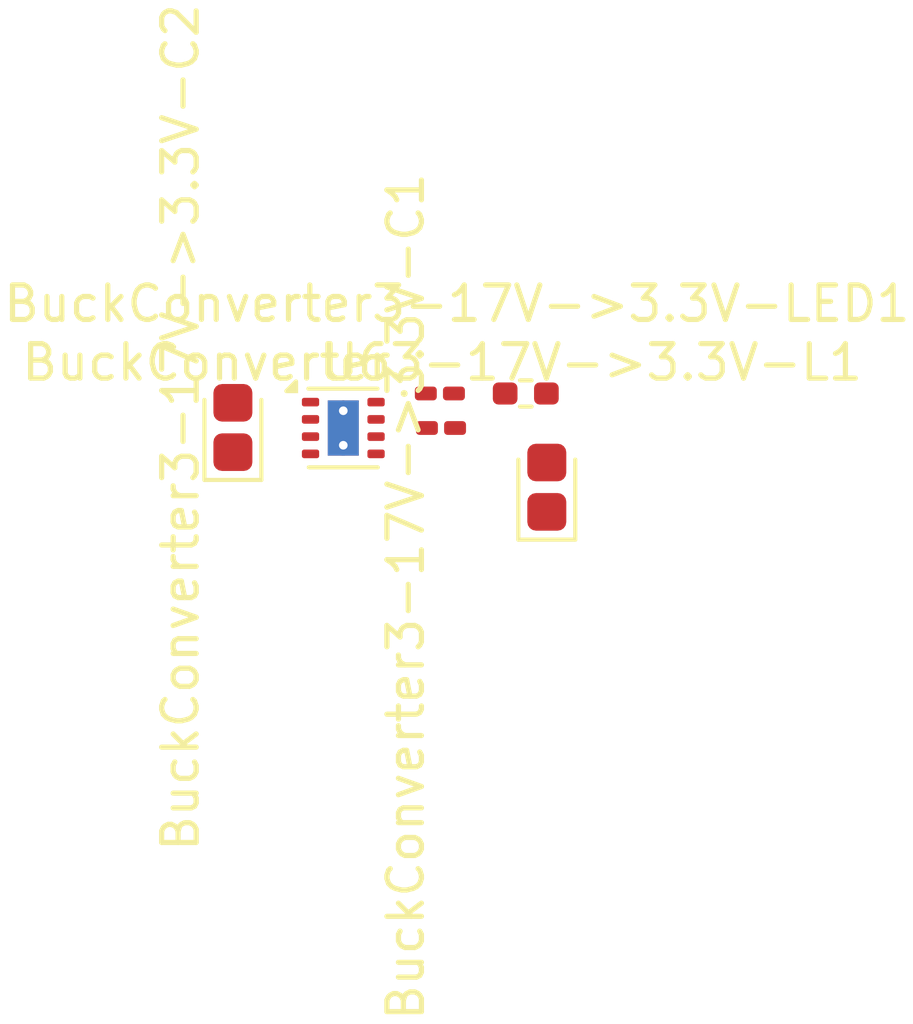
<source format=kicad_pcb>
(kicad_pcb (version 20241229) (generator "pcbnew") (generator_version "9.0")
  (layers (0 "F.Cu" signal) (2 "B.Cu" signal) (13 "F.Paste" user) (15 "B.Paste" user) (5 "F.SilkS" user "F.Silkscreen") (7 "B.SilkS" user "B.Silkscreen") (1 "F.Mask" user) (3 "B.Mask" user) (25 "Edge.Cuts" user))
  (net 0 "")
  (net 1 "GND")
  (net 2 "VCC")
  (net 3 "Net-(U6-SW)")
  (net 4 "Net-(BuckConverter3-17V->3.3V-LED1-K)")
  (net 5 "Net-(BuckConverter3-17V->3.3V-LED1-A)")
  (footprint "Package_SON:WSON-8-1EP_2x2mm_P0.5mm_EP0.9x1.6mm_ThermalVias" (layer "F.Cu") (at 143.3 96.2)
    (property "Reference" "U6" (at 0.38 -1.9 0) (layer "F.SilkS"))
    (property "Value" "TPS62172DSG")
    (fp_line (start -1.01 -1.14) (end 0.99 -1.14) (stroke (width 0.12)) (layer "F.SilkS"))
    (fp_line (start -1 1.14) (end 1 1.14) (stroke (width 0.12)) (layer "F.SilkS"))
    (fp_poly (pts (xy -1.37 -1.07) (xy -1.65 -1.07) (xy -1.37 -1.35) (xy -1.37 -1.07)) (stroke (width 0.12)) (fill yes) (layer "F.SilkS"))
    (pad "1" smd roundrect (at -0.95 -0.75) (size 0.5 0.25) (layers "F.Cu" "F.Mask" "F.Paste") (net 1 "GND"))
    (pad "2" smd roundrect (at -0.95 -0.25) (size 0.5 0.25) (layers "F.Cu" "F.Mask" "F.Paste") (net 2 "VCC"))
    (pad "3" smd roundrect (at -0.95 0.25) (size 0.5 0.25) (layers "F.Cu" "F.Mask" "F.Paste") (net 2 "VCC"))
    (pad "4" smd roundrect (at -0.95 0.75) (size 0.5 0.25) (layers "F.Cu" "F.Mask" "F.Paste") (net 1 "GND"))
    (pad "5" smd roundrect (at 0.95 0.75) (size 0.5 0.25) (layers "F.Cu" "F.Mask" "F.Paste") (net 1 "GND"))
    (pad "6" smd roundrect (at 0.95 0.25) (size 0.5 0.25) (layers "F.Cu" "F.Mask" "F.Paste") (net 2 "VCC"))
    (pad "7" smd roundrect (at 0.95 -0.25) (size 0.5 0.25) (layers "F.Cu" "F.Mask" "F.Paste") (net 3 "Net-(U6-SW)"))
    (pad "8" smd roundrect (at 0.95 -0.75) (size 0.5 0.25) (layers "F.Cu" "F.Mask" "F.Paste") (net 4 "Net-(BuckConverter3-17V->3.3V-LED1-K)"))
    (pad "9" thru_hole circle (at 0 -0.5) (size 0.6 0.6) (drill 0.25) (property pad_prop_heatsink) (layers "*.Cu") (net 1 "GND"))
    (pad "9" smd rect (at 0 0) (size 0.9 1.6) (layers "F.Cu" "F.Mask") (net 1 "GND"))
    (pad "9" smd rect (at 0 0) (size 0.9 1.6) (layers "B.Cu") (net 1 "GND"))
    (pad "9" thru_hole circle (at 0 0.5) (size 0.6 0.6) (drill 0.25) (property pad_prop_heatsink) (layers "*.Cu") (net 1 "GND"))
  )
  (footprint "LED_SMD:LED_0201_0603Metric_Pad0.64x0.40mm_HandSolder" (layer "F.Cu") (at 146.1 95.2)
    (property "Reference" "BuckConverter3-17V->3.3V-LED1" (at 0.4925 -2.6 0) (layer "F.SilkS"))
    (property "Value" "LED")
    (fp_circle (center -1.035 0) (end -0.985 0) (stroke (width 0.1)) (fill no) (layer "F.SilkS"))
    (pad "1" smd roundrect (at -0.4075 0) (size 0.635 0.4) (layers "F.Cu" "F.Mask") (net 4 "Net-(BuckConverter3-17V->3.3V-LED1-K)"))
    (pad "2" smd roundrect (at 0.4075 0) (size 0.635 0.4) (layers "F.Cu" "F.Mask") (net 5 "Net-(BuckConverter3-17V->3.3V-LED1-A)"))
  )
  (footprint "Resistor_SMD:R_0402_1005Metric_Pad0.72x0.64mm_HandSolder" (layer "F.Cu") (at 148.59 95.2)
    (property "Reference" "BuckConverter3-17V->3.3V-R1" (hide yes))
    (property "Value" "100k Ohms")
    (fp_line (start -0.167621 -0.38) (end 0.167621 -0.38) (stroke (width 0.12)) (layer "F.SilkS"))
    (fp_line (start -0.167621 0.38) (end 0.167621 0.38) (stroke (width 0.12)) (layer "F.SilkS"))
    (pad "1" smd roundrect (at -0.5975 0) (size 0.715 0.64) (layers "F.Cu" "F.Mask" "F.Paste") (net 5 "Net-(BuckConverter3-17V->3.3V-LED1-A)"))
    (pad "2" smd roundrect (at 0.5975 0) (size 0.715 0.64) (layers "F.Cu" "F.Mask" "F.Paste") (net 2 "VCC"))
  )
  (footprint "Capacitor_Tantalum_SMD:CP_EIA-1608-10_AVX-L" (layer "F.Cu") (at 149.2 97.915 90)
    (property "Reference" "BuckConverter3-17V->3.3V-C1" (at -3.1725 -4.09 90) (layer "F.SilkS"))
    (property "Value" "22uF")
    (fp_line (start 0.8 -0.825) (end -1.52 -0.825) (stroke (width 0.12)) (layer "F.SilkS"))
    (fp_line (start -1.52 -0.825) (end -1.52 0.825) (stroke (width 0.12)) (layer "F.SilkS"))
    (fp_line (start -1.52 0.825) (end 0.8 0.825) (stroke (width 0.12)) (layer "F.SilkS"))
    (pad "1" smd roundrect (at -0.715 0 90) (size 1.09 1.13) (layers "F.Cu" "F.Mask" "F.Paste") (roundrect_rratio 0.229358) (net 2 "VCC"))
    (pad "2" smd roundrect (at 0.715 0 90) (size 1.09 1.13) (layers "F.Cu" "F.Mask" "F.Paste") (roundrect_rratio 0.229358) (net 1 "GND"))
  )
  (footprint "Capacitor_Tantalum_SMD:CP_EIA-1608-10_AVX-L" (layer "F.Cu") (at 140.1 96.185 90)
    (property "Reference" "BuckConverter3-17V->3.3V-C2" (at 0 -1.52 90) (layer "F.SilkS"))
    (property "Value" "22uF")
    (fp_line (start 0.8 -0.825) (end -1.52 -0.825) (stroke (width 0.12)) (layer "F.SilkS"))
    (fp_line (start -1.52 -0.825) (end -1.52 0.825) (stroke (width 0.12)) (layer "F.SilkS"))
    (fp_line (start -1.52 0.825) (end 0.8 0.825) (stroke (width 0.12)) (layer "F.SilkS"))
    (pad "1" smd roundrect (at -0.715 0 90) (size 1.09 1.13) (layers "F.Cu" "F.Mask" "F.Paste") (roundrect_rratio 0.229358) (net 1 "GND"))
    (pad "2" smd roundrect (at 0.715 0 90) (size 1.09 1.13) (layers "F.Cu" "F.Mask" "F.Paste") (roundrect_rratio 0.229358) (net 2 "VCC"))
  )
  (footprint "Inductor_SMD:L_0201_0603Metric_Pad0.64x0.40mm_HandSolder" (layer "F.Cu") (at 146.1325 96.2)
    (property "Reference" "BuckConverter3-17V->3.3V-L1" (at 0.0325 -1.9 0) (layer "F.SilkS"))
    (property "Value" "2.2 uH")
    (pad "1" smd roundrect (at -0.4075 0) (size 0.635 0.4) (layers "F.Cu" "F.Mask") (net 3 "Net-(U6-SW)"))
    (pad "2" smd roundrect (at 0.4075 0) (size 0.635 0.4) (layers "F.Cu" "F.Mask") (net 2 "VCC"))
  )
)
</source>
